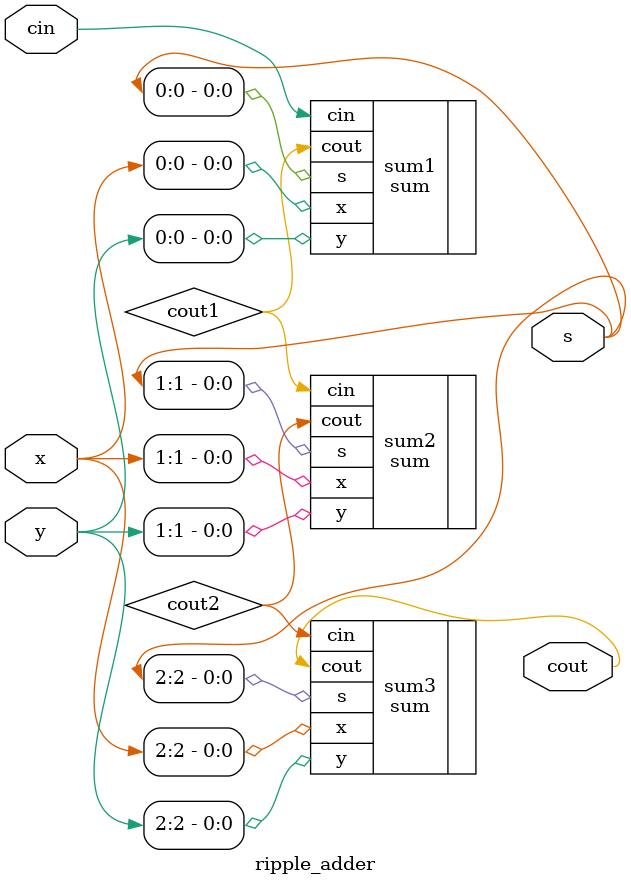
<source format=v>
module ripple_adder(input [2:0]x, input [2:0]y, input cin, output cout, output [2:0] s);
    
    wire cout1;
    wire cout2;

    sum sum1(.x(x[0]), .y(y[0]), .cin(cin), .cout(cout1), .s(s[0]));
    sum sum2(.x(x[1]), .y(y[1]), .cin(cout1), .cout(cout2), .s(s[1]));
    sum sum3(.x(x[2]), .y(y[2]), .cin(cout2), .cout(cout), .s(s[2]));

endmodule
</source>
